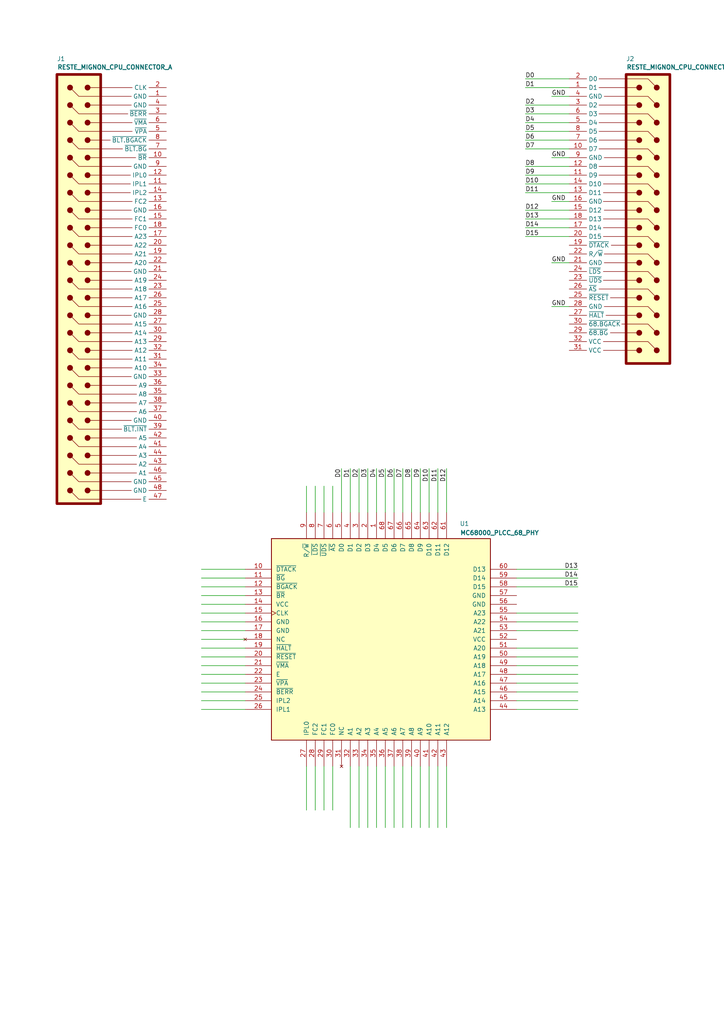
<source format=kicad_sch>
(kicad_sch (version 20230121) (generator eeschema)
  (paper "A4" portrait)
  (title_block (title "ReSTe mignon — The 68k extension — PLCC68") (date "2024-06-20") (rev "v1.0.0-DRAFT") (company "Sporniket.com") (comment 3 "https://github.com/sporniket/reste-mignon") (comment 4 "Original repository : "))
  (lib_symbols
    (symbol "mc_68000_plcc68:MC68000_PLCC_68_PHY" (pin_names (offset 1.27))
      (property "Reference" "U" (at 22.86 34.29 0))
      (property "Value" "MC68000_PLCC_68_PHY" (at 22.86 31.75 0))
      (symbol "MC68000_PLCC_68_PHY_0_0"
        (rectangle (start -31.75 29.21) (end 31.75 -29.21) (stroke (width 0.254)) (fill (type background)))
        (pin bidirectional line (at -1.27 36.83 270) (length 7.62) (name "D4") (number "1"))
        (pin input line (at -39.37 20.32 0) (length 7.62) (name "~{DTACK}") (number "10"))
        (pin output line (at -39.37 17.78 0) (length 7.62) (name "~{BG}") (number "11"))
        (pin input line (at -39.37 15.24 0) (length 7.62) (name "~{BGACK}") (number "12"))
        (pin input line (at -39.37 12.7 0) (length 7.62) (name "~{BR}") (number "13"))
        (pin power_in line (at -39.37 10.16 0) (length 7.62) (name "VCC") (number "14"))
        (pin input clock (at -39.37 7.62 0) (length 7.62) (name "CLK") (number "15"))
        (pin power_in line (at -39.37 5.08 0) (length 7.62) (name "GND") (number "16"))
        (pin power_in line (at -39.37 2.54 0) (length 7.62) (name "GND") (number "17"))
        (pin no_connect line (at -39.37 0 0) (length 7.62) (name "NC") (number "18"))
        (pin bidirectional line (at -39.37 -2.54 0) (length 7.62) (name "~{HALT}") (number "19"))
        (pin bidirectional line (at -3.81 36.83 270) (length 7.62) (name "D3") (number "2"))
        (pin bidirectional line (at -39.37 -5.08 0) (length 7.62) (name "~{RESET}") (number "20"))
        (pin output line (at -39.37 -7.62 0) (length 7.62) (name "~{VMA}") (number "21"))
        (pin output line (at -39.37 -10.16 0) (length 7.62) (name "E") (number "22"))
        (pin input line (at -39.37 -12.7 0) (length 7.62) (name "~{VPA}") (number "23"))
        (pin input line (at -39.37 -15.24 0) (length 7.62) (name "~{BERR}") (number "24"))
        (pin input line (at -39.37 -17.78 0) (length 7.62) (name "IPL2") (number "25"))
        (pin input line (at -39.37 -20.32 0) (length 7.62) (name "IPL1") (number "26"))
        (pin input line (at -21.59 -36.83 90) (length 7.62) (name "IPL0") (number "27"))
        (pin tri_state line (at -19.05 -36.83 90) (length 7.62) (name "FC2") (number "28"))
        (pin tri_state line (at -16.51 -36.83 90) (length 7.62) (name "FC1") (number "29"))
        (pin bidirectional line (at -6.35 36.83 270) (length 7.62) (name "D2") (number "3"))
        (pin tri_state line (at -13.97 -36.83 90) (length 7.62) (name "FC0") (number "30"))
        (pin no_connect line (at -11.43 -36.83 90) (length 7.62) (name "NC") (number "31"))
        (pin output line (at -8.89 -36.83 90) (length 7.62) (name "A1") (number "32"))
        (pin output line (at -6.35 -36.83 90) (length 7.62) (name "A2") (number "33"))
        (pin output line (at -3.81 -36.83 90) (length 7.62) (name "A3") (number "34"))
        (pin output line (at -1.27 -36.83 90) (length 7.62) (name "A4") (number "35"))
        (pin output line (at 1.27 -36.83 90) (length 7.62) (name "A5") (number "36"))
        (pin output line (at 3.81 -36.83 90) (length 7.62) (name "A6") (number "37"))
        (pin output line (at 6.35 -36.83 90) (length 7.62) (name "A7") (number "38"))
        (pin output line (at 8.89 -36.83 90) (length 7.62) (name "A8") (number "39"))
        (pin bidirectional line (at -8.89 36.83 270) (length 7.62) (name "D1") (number "4"))
        (pin output line (at 11.43 -36.83 90) (length 7.62) (name "A9") (number "40"))
        (pin output line (at 13.97 -36.83 90) (length 7.62) (name "A10") (number "41"))
        (pin output line (at 16.51 -36.83 90) (length 7.62) (name "A11") (number "42"))
        (pin output line (at 19.05 -36.83 90) (length 7.62) (name "A12") (number "43"))
        (pin output line (at 39.37 -20.32 180) (length 7.62) (name "A13") (number "44"))
        (pin output line (at 39.37 -17.78 180) (length 7.62) (name "A14") (number "45"))
        (pin output line (at 39.37 -15.24 180) (length 7.62) (name "A15") (number "46"))
        (pin output line (at 39.37 -12.7 180) (length 7.62) (name "A16") (number "47"))
        (pin output line (at 39.37 -10.16 180) (length 7.62) (name "A17") (number "48"))
        (pin output line (at 39.37 -7.62 180) (length 7.62) (name "A18") (number "49"))
        (pin bidirectional line (at -11.43 36.83 270) (length 7.62) (name "D0") (number "5"))
        (pin output line (at 39.37 -5.08 180) (length 7.62) (name "A19") (number "50"))
        (pin output line (at 39.37 -2.54 180) (length 7.62) (name "A20") (number "51"))
        (pin power_in line (at 39.37 0 180) (length 7.62) (name "VCC") (number "52"))
        (pin output line (at 39.37 2.54 180) (length 7.62) (name "A21") (number "53"))
        (pin output line (at 39.37 5.08 180) (length 7.62) (name "A22") (number "54"))
        (pin output line (at 39.37 7.62 180) (length 7.62) (name "A23") (number "55"))
        (pin power_in line (at 39.37 10.16 180) (length 7.62) (name "GND") (number "56"))
        (pin power_in line (at 39.37 12.7 180) (length 7.62) (name "GND") (number "57"))
        (pin bidirectional line (at 39.37 15.24 180) (length 7.62) (name "D15") (number "58"))
        (pin bidirectional line (at 39.37 17.78 180) (length 7.62) (name "D14") (number "59"))
        (pin tri_state line (at -13.97 36.83 270) (length 7.62) (name "~{AS}") (number "6"))
        (pin bidirectional line (at 39.37 20.32 180) (length 7.62) (name "D13") (number "60"))
        (pin bidirectional line (at 19.05 36.83 270) (length 7.62) (name "D12") (number "61"))
        (pin bidirectional line (at 16.51 36.83 270) (length 7.62) (name "D11") (number "62"))
        (pin bidirectional line (at 13.97 36.83 270) (length 7.62) (name "D10") (number "63"))
        (pin bidirectional line (at 11.43 36.83 270) (length 7.62) (name "D9") (number "64"))
        (pin bidirectional line (at 8.89 36.83 270) (length 7.62) (name "D8") (number "65"))
        (pin bidirectional line (at 6.35 36.83 270) (length 7.62) (name "D7") (number "66"))
        (pin bidirectional line (at 3.81 36.83 270) (length 7.62) (name "D6") (number "67"))
        (pin bidirectional line (at 1.27 36.83 270) (length 7.62) (name "D5") (number "68"))
        (pin tri_state line (at -16.51 36.83 270) (length 7.62) (name "~{UDS}") (number "7"))
        (pin tri_state line (at -19.05 36.83 270) (length 7.62) (name "~{LDS}") (number "8"))
        (pin tri_state line (at -21.59 36.83 270) (length 7.62) (name "R/~{W}") (number "9"))
      )
    )
    (symbol "reste-mignon-interconnect:CPU_Connector_A"
      (property "Reference" "J" (at -3.81 7.62 0))
      (property "Value" "RESTE_MIGNON_CPU_CONNECTOR_A" (at -3.81 5.08 0))
      (symbol "CPU_Connector_A_1_1"
        (rectangle (start -3.81 3.81) (end 8.89 -120.65) (stroke (width 0.762)) (fill (type background)))
        (circle (center 0 -116.84) (radius 0.762) (fill (type outline)))
        (circle (center 0 -111.76) (radius 0.762) (fill (type outline)))
        (circle (center 0 -106.68) (radius 0.762) (fill (type outline)))
        (circle (center 0 -101.6) (radius 0.762) (fill (type outline)))
        (circle (center 0 -96.52) (radius 0.762) (fill (type outline)))
        (circle (center 0 -91.44) (radius 0.762) (fill (type outline)))
        (circle (center 0 -86.36) (radius 0.762) (fill (type outline)))
        (circle (center 0 -81.28) (radius 0.762) (fill (type outline)))
        (circle (center 0 -76.2) (radius 0.762) (fill (type outline)))
        (circle (center 0 -71.12) (radius 0.762) (fill (type outline)))
        (circle (center 0 -66.04) (radius 0.762) (fill (type outline)))
        (circle (center 0 -60.96) (radius 0.762) (fill (type outline)))
        (circle (center 0 -55.88) (radius 0.762) (fill (type outline)))
        (circle (center 0 -50.8) (radius 0.762) (fill (type outline)))
        (circle (center 0 -45.72) (radius 0.762) (fill (type outline)))
        (circle (center 0 -40.64) (radius 0.762) (fill (type outline)))
        (circle (center 0 -35.56) (radius 0.762) (fill (type outline)))
        (circle (center 0 -30.48) (radius 0.762) (fill (type outline)))
        (circle (center 0 -25.4) (radius 0.762) (fill (type outline)))
        (circle (center 0 -20.32) (radius 0.762) (fill (type outline)))
        (circle (center 0 -15.24) (radius 0.762) (fill (type outline)))
        (circle (center 0 -10.16) (radius 0.762) (fill (type outline)))
        (circle (center 0 -5.08) (radius 0.762) (fill (type outline)))
        (polyline (pts (xy 5.08 -116.84) (xy 17.78 -116.84)))
        (polyline (pts (xy 5.08 -111.76) (xy 19.304 -111.76)))
        (polyline (pts (xy 5.08 -106.68) (xy 19.304 -106.68)))
        (polyline (pts (xy 5.08 -101.6) (xy 19.304 -101.6)))
        (polyline (pts (xy 5.08 -96.52) (xy 17.78 -96.52)))
        (polyline (pts (xy 5.08 -91.44) (xy 19.304 -91.44)))
        (polyline (pts (xy 5.08 -86.36) (xy 19.304 -86.36)))
        (polyline (pts (xy 5.08 -81.28) (xy 18.034 -81.28)))
        (polyline (pts (xy 5.08 -76.2) (xy 18.034 -76.2)))
        (polyline (pts (xy 5.08 -71.12) (xy 18.034 -71.12)))
        (polyline (pts (xy 5.08 -66.04) (xy 17.78 -66.04)))
        (polyline (pts (xy 5.08 -60.96) (xy 18.034 -60.96)))
        (polyline (pts (xy 5.08 -55.88) (xy 18.034 -55.88)))
        (polyline (pts (xy 5.08 -50.8) (xy 18.034 -50.8)))
        (polyline (pts (xy 5.08 -45.72) (xy 18.034 -45.72)))
        (polyline (pts (xy 5.08 -40.64) (xy 18.034 -40.64)))
        (polyline (pts (xy 5.08 -35.56) (xy 17.78 -35.56)))
        (polyline (pts (xy 5.08 -30.48) (xy 17.526 -30.48)))
        (polyline (pts (xy 5.08 -25.4) (xy 17.526 -25.4)))
        (polyline (pts (xy 5.08 -20.32) (xy 19.05 -20.32)))
        (polyline (pts (xy 5.08 -15.24) (xy 11.684 -15.24)))
        (polyline (pts (xy 5.08 -10.16) (xy 18.034 -10.16)))
        (polyline (pts (xy 5.08 -5.08) (xy 17.78 -5.08)))
        (polyline (pts (xy 5.08 0) (xy 18.034 0)))
        (polyline (pts (xy 0 -116.84) (xy 2.54 -119.38) (xy 20.574 -119.38)))
        (polyline (pts (xy 0 -111.76) (xy 2.54 -114.3) (xy 17.78 -114.3)))
        (polyline (pts (xy 0 -106.68) (xy 2.54 -109.22) (xy 19.304 -109.22)))
        (polyline (pts (xy 0 -101.6) (xy 2.54 -104.14) (xy 19.304 -104.14)))
        (polyline (pts (xy 0 -96.52) (xy 2.54 -99.06) (xy 14.986 -99.06)))
        (polyline (pts (xy 0 -91.44) (xy 2.54 -93.98) (xy 19.304 -93.98)))
        (polyline (pts (xy 0 -86.36) (xy 2.54 -88.9) (xy 19.304 -88.9)))
        (polyline (pts (xy 0 -81.28) (xy 2.54 -83.82) (xy 17.78 -83.82)))
        (polyline (pts (xy 0 -76.2) (xy 2.54 -78.74) (xy 18.034 -78.74)))
        (polyline (pts (xy 0 -71.12) (xy 2.54 -73.66) (xy 18.034 -73.66)))
        (polyline (pts (xy 0 -66.04) (xy 2.54 -68.58) (xy 18.034 -68.58)))
        (polyline (pts (xy 0 -60.96) (xy 2.54 -63.5) (xy 18.034 -63.5)))
        (polyline (pts (xy 0 -55.88) (xy 2.54 -58.42) (xy 18.034 -58.42)))
        (polyline (pts (xy 0 -50.8) (xy 2.54 -53.34) (xy 17.78 -53.34)))
        (polyline (pts (xy 0 -45.72) (xy 2.54 -48.26) (xy 18.034 -48.26)))
        (polyline (pts (xy 0 -40.64) (xy 2.54 -43.18) (xy 18.034 -43.18)))
        (polyline (pts (xy 0 -35.56) (xy 2.54 -38.1) (xy 18.034 -38.1)))
        (polyline (pts (xy 0 -30.48) (xy 2.54 -33.02) (xy 18.034 -33.02)))
        (polyline (pts (xy 0 -25.4) (xy 2.54 -27.94) (xy 17.526 -27.94)))
        (polyline (pts (xy 0 -20.32) (xy 2.54 -22.86) (xy 17.78 -22.86)))
        (polyline (pts (xy 0 -15.24) (xy 2.54 -17.78) (xy 15.24 -17.78)))
        (polyline (pts (xy 0 -10.16) (xy 2.54 -12.7) (xy 18.034 -12.7)))
        (polyline (pts (xy 0 -5.08) (xy 2.54 -7.62) (xy 16.764 -7.62)))
        (polyline (pts (xy 0 0) (xy 2.54 -2.54) (xy 17.78 -2.54)))
        (circle (center 0 0) (radius 0.762) (fill (type outline)))
        (circle (center 5.08 -116.84) (radius 0.762) (fill (type outline)))
        (circle (center 5.08 -111.76) (radius 0.762) (fill (type outline)))
        (circle (center 5.08 -106.68) (radius 0.762) (fill (type outline)))
        (circle (center 5.08 -101.6) (radius 0.762) (fill (type outline)))
        (circle (center 5.08 -96.52) (radius 0.762) (fill (type outline)))
        (circle (center 5.08 -91.44) (radius 0.762) (fill (type outline)))
        (circle (center 5.08 -86.36) (radius 0.762) (fill (type outline)))
        (circle (center 5.08 -81.28) (radius 0.762) (fill (type outline)))
        (circle (center 5.08 -76.2) (radius 0.762) (fill (type outline)))
        (circle (center 5.08 -71.12) (radius 0.762) (fill (type outline)))
        (circle (center 5.08 -66.04) (radius 0.762) (fill (type outline)))
        (circle (center 5.08 -60.96) (radius 0.762) (fill (type outline)))
        (circle (center 5.08 -55.88) (radius 0.762) (fill (type outline)))
        (circle (center 5.08 -50.8) (radius 0.762) (fill (type outline)))
        (circle (center 5.08 -45.72) (radius 0.762) (fill (type outline)))
        (circle (center 5.08 -40.64) (radius 0.762) (fill (type outline)))
        (circle (center 5.08 -35.56) (radius 0.762) (fill (type outline)))
        (circle (center 5.08 -30.48) (radius 0.762) (fill (type outline)))
        (circle (center 5.08 -25.4) (radius 0.762) (fill (type outline)))
        (circle (center 5.08 -20.32) (radius 0.762) (fill (type outline)))
        (circle (center 5.08 -15.24) (radius 0.762) (fill (type outline)))
        (circle (center 5.08 -10.16) (radius 0.762) (fill (type outline)))
        (circle (center 5.08 -5.08) (radius 0.762) (fill (type outline)))
        (circle (center 5.08 0) (radius 0.762) (fill (type outline)))
        (pin passive line (at 27.94 -2.54 180) (length 5.08) (name "GND") (number "1"))
        (pin passive line (at 27.94 -20.32 180) (length 5.08) (name "~{BR}") (number "10"))
        (pin passive line (at 27.94 -27.94 180) (length 5.08) (name "IPL1") (number "11"))
        (pin passive line (at 27.94 -25.4 180) (length 5.08) (name "IPL0") (number "12"))
        (pin passive line (at 27.94 -33.02 180) (length 5.08) (name "FC2") (number "13"))
        (pin passive line (at 27.94 -30.48 180) (length 5.08) (name "IPL2") (number "14"))
        (pin passive line (at 27.94 -38.1 180) (length 5.08) (name "FC1") (number "15"))
        (pin passive line (at 27.94 -35.56 180) (length 5.08) (name "GND") (number "16"))
        (pin passive line (at 27.94 -43.18 180) (length 5.08) (name "A23") (number "17"))
        (pin passive line (at 27.94 -40.64 180) (length 5.08) (name "FC0") (number "18"))
        (pin passive line (at 27.94 -48.26 180) (length 5.08) (name "A21") (number "19"))
        (pin passive line (at 27.94 0 180) (length 5.08) (name "CLK") (number "2"))
        (pin passive line (at 27.94 -45.72 180) (length 5.08) (name "A22") (number "20"))
        (pin passive line (at 27.94 -53.34 180) (length 5.08) (name "GND") (number "21"))
        (pin passive line (at 27.94 -50.8 180) (length 5.08) (name "A20") (number "22"))
        (pin passive line (at 27.94 -58.42 180) (length 5.08) (name "A18") (number "23"))
        (pin passive line (at 27.94 -55.88 180) (length 5.08) (name "A19") (number "24"))
        (pin passive line (at 27.94 -63.5 180) (length 5.08) (name "A16") (number "25"))
        (pin passive line (at 27.94 -60.96 180) (length 5.08) (name "A17") (number "26"))
        (pin passive line (at 27.94 -68.58 180) (length 5.08) (name "A15") (number "27"))
        (pin passive line (at 27.94 -66.04 180) (length 5.08) (name "GND") (number "28"))
        (pin passive line (at 27.94 -73.66 180) (length 5.08) (name "A13") (number "29"))
        (pin passive line (at 27.94 -7.62 180) (length 5.08) (name "~{BERR}") (number "3"))
        (pin passive line (at 27.94 -71.12 180) (length 5.08) (name "A14") (number "30"))
        (pin passive line (at 27.94 -78.74 180) (length 5.08) (name "A11") (number "31"))
        (pin passive line (at 27.94 -76.2 180) (length 5.08) (name "A12") (number "32"))
        (pin passive line (at 27.94 -83.82 180) (length 5.08) (name "GND") (number "33"))
        (pin passive line (at 27.94 -81.28 180) (length 5.08) (name "A10") (number "34"))
        (pin passive line (at 27.94 -88.9 180) (length 5.08) (name "A8") (number "35"))
        (pin passive line (at 27.94 -86.36 180) (length 5.08) (name "A9") (number "36"))
        (pin passive line (at 27.94 -93.98 180) (length 5.08) (name "A6") (number "37"))
        (pin passive line (at 27.94 -91.44 180) (length 5.08) (name "A7") (number "38"))
        (pin passive line (at 27.94 -99.06 180) (length 5.08) (name "~{BLT.INT}") (number "39"))
        (pin passive line (at 27.94 -5.08 180) (length 5.08) (name "GND") (number "4"))
        (pin passive line (at 27.94 -96.52 180) (length 5.08) (name "GND") (number "40"))
        (pin passive line (at 27.94 -104.14 180) (length 5.08) (name "A4") (number "41"))
        (pin passive line (at 27.94 -101.6 180) (length 5.08) (name "A5") (number "42"))
        (pin passive line (at 27.94 -109.22 180) (length 5.08) (name "A2") (number "43"))
        (pin passive line (at 27.94 -106.68 180) (length 5.08) (name "A3") (number "44"))
        (pin passive line (at 27.94 -114.3 180) (length 5.08) (name "GND") (number "45"))
        (pin passive line (at 27.94 -111.76 180) (length 5.08) (name "A1") (number "46"))
        (pin passive line (at 27.94 -119.38 180) (length 5.08) (name "E") (number "47"))
        (pin passive line (at 27.94 -116.84 180) (length 5.08) (name "GND") (number "48"))
        (pin passive line (at 27.94 -12.7 180) (length 5.08) (name "~{VPA}") (number "5"))
        (pin passive line (at 27.94 -10.16 180) (length 5.08) (name "~{VMA}") (number "6"))
        (pin passive line (at 27.94 -17.78 180) (length 5.08) (name "~{BLT.BG}") (number "7"))
        (pin passive line (at 27.94 -15.24 180) (length 5.08) (name "~{BLT.BGACK}") (number "8"))
        (pin passive line (at 27.94 -22.86 180) (length 5.08) (name "GND") (number "9"))
      )
    )
    (symbol "reste-mignon-interconnect:CPU_Connector_B"
      (property "Reference" "J" (at -3.81 7.62 0))
      (property "Value" "RESTE_MIGNON_CPU_CONNECTOR_B" (at -3.81 5.08 0))
      (symbol "CPU_Connector_B_0_1"
        (polyline (pts (xy 0 -76.2) (xy -10.414 -76.2)))
        (polyline (pts (xy 0 -71.12) (xy -8.382 -71.12)))
        (polyline (pts (xy 0 -66.04) (xy -9.652 -66.04)))
        (polyline (pts (xy 0 -60.96) (xy -8.382 -60.96)))
        (polyline (pts (xy 0 -55.88) (xy -10.414 -55.88)))
        (polyline (pts (xy 0 -50.8) (xy -10.16 -50.8)))
        (polyline (pts (xy 0 -45.72) (xy -8.128 -45.72)))
        (polyline (pts (xy 0 -40.64) (xy -10.414 -40.64)))
        (polyline (pts (xy 0 -35.56) (xy -10.16 -35.56)))
        (polyline (pts (xy 0 -30.48) (xy -10.414 -30.48)))
        (polyline (pts (xy 0 -25.4) (xy -11.684 -25.4)))
        (polyline (pts (xy 0 -20.32) (xy -10.16 -20.32)))
        (polyline (pts (xy 0 -15.24) (xy -11.684 -15.24)))
        (polyline (pts (xy 0 -10.16) (xy -11.684 -10.16)))
        (polyline (pts (xy 0 -5.08) (xy -11.684 -5.08)))
        (polyline (pts (xy 0 0) (xy -11.684 0)))
        (polyline (pts (xy 5.08 -76.2) (xy 2.54 -73.66) (xy -10.414 -73.66)))
        (polyline (pts (xy 5.08 -71.12) (xy 2.54 -68.58) (xy -5.08 -68.58)))
        (polyline (pts (xy 5.08 -66.04) (xy 2.54 -63.5) (xy -10.16 -63.5)))
        (polyline (pts (xy 5.08 -60.96) (xy 2.54 -58.42) (xy -11.684 -58.42)))
        (polyline (pts (xy 5.08 -55.88) (xy 2.54 -53.34) (xy -10.414 -53.34)))
        (polyline (pts (xy 5.08 -50.8) (xy 2.54 -48.26) (xy -10.16 -48.26)))
        (polyline (pts (xy 5.08 -45.72) (xy 2.54 -43.18) (xy -10.414 -43.18)))
        (polyline (pts (xy 5.08 -40.64) (xy 2.54 -38.1) (xy -10.414 -38.1)))
        (polyline (pts (xy 5.08 -35.56) (xy 2.54 -33.02) (xy -10.414 -33.02)))
        (polyline (pts (xy 5.08 -30.48) (xy 2.54 -27.94) (xy -10.414 -27.94)))
        (polyline (pts (xy 5.08 -25.4) (xy 2.54 -22.86) (xy -11.684 -22.86)))
        (polyline (pts (xy 5.08 -20.32) (xy 2.54 -17.78) (xy -11.684 -17.78)))
        (polyline (pts (xy 5.08 -15.24) (xy 2.54 -12.7) (xy -11.684 -12.7)))
        (polyline (pts (xy 5.08 -10.16) (xy 2.54 -7.62) (xy -11.684 -7.62)))
        (polyline (pts (xy 5.08 -5.08) (xy 2.54 -2.54) (xy -10.16 -2.54)))
        (polyline (pts (xy 5.08 0) (xy 2.54 2.54) (xy -11.684 2.54)))
      )
      (symbol "CPU_Connector_B_1_1"
        (rectangle (start -3.81 3.81) (end 8.89 -80.01) (stroke (width 0.762)) (fill (type background)))
        (circle (center 0 -76.2) (radius 0.762) (fill (type outline)))
        (circle (center 0 -71.12) (radius 0.762) (fill (type outline)))
        (circle (center 0 -66.04) (radius 0.762) (fill (type outline)))
        (circle (center 0 -60.96) (radius 0.762) (fill (type outline)))
        (circle (center 0 -55.88) (radius 0.762) (fill (type outline)))
        (circle (center 0 -50.8) (radius 0.762) (fill (type outline)))
        (circle (center 0 -45.72) (radius 0.762) (fill (type outline)))
        (circle (center 0 -40.64) (radius 0.762) (fill (type outline)))
        (circle (center 0 -35.56) (radius 0.762) (fill (type outline)))
        (circle (center 0 -30.48) (radius 0.762) (fill (type outline)))
        (circle (center 0 -25.4) (radius 0.762) (fill (type outline)))
        (circle (center 0 -20.32) (radius 0.762) (fill (type outline)))
        (circle (center 0 -15.24) (radius 0.762) (fill (type outline)))
        (circle (center 0 -10.16) (radius 0.762) (fill (type outline)))
        (circle (center 0 -5.08) (radius 0.762) (fill (type outline)))
        (circle (center 0 0) (radius 0.762) (fill (type outline)))
        (circle (center 5.08 -76.2) (radius 0.762) (fill (type outline)))
        (circle (center 5.08 -71.12) (radius 0.762) (fill (type outline)))
        (circle (center 5.08 -66.04) (radius 0.762) (fill (type outline)))
        (circle (center 5.08 -60.96) (radius 0.762) (fill (type outline)))
        (circle (center 5.08 -55.88) (radius 0.762) (fill (type outline)))
        (circle (center 5.08 -50.8) (radius 0.762) (fill (type outline)))
        (circle (center 5.08 -45.72) (radius 0.762) (fill (type outline)))
        (circle (center 5.08 -40.64) (radius 0.762) (fill (type outline)))
        (circle (center 5.08 -35.56) (radius 0.762) (fill (type outline)))
        (circle (center 5.08 -30.48) (radius 0.762) (fill (type outline)))
        (circle (center 5.08 -25.4) (radius 0.762) (fill (type outline)))
        (circle (center 5.08 -20.32) (radius 0.762) (fill (type outline)))
        (circle (center 5.08 -15.24) (radius 0.762) (fill (type outline)))
        (circle (center 5.08 -10.16) (radius 0.762) (fill (type outline)))
        (circle (center 5.08 -5.08) (radius 0.762) (fill (type outline)))
        (circle (center 5.08 0) (radius 0.762) (fill (type outline)))
        (pin passive line (at -20.32 0 0) (length 5.08) (name "D1") (number "1"))
        (pin passive line (at -20.32 -17.78 0) (length 5.08) (name "D7") (number "10"))
        (pin passive line (at -20.32 -25.4 0) (length 5.08) (name "D9") (number "11"))
        (pin passive line (at -20.32 -22.86 0) (length 5.08) (name "D8") (number "12"))
        (pin passive line (at -20.32 -30.48 0) (length 5.08) (name "D11") (number "13"))
        (pin passive line (at -20.32 -27.94 0) (length 5.08) (name "D10") (number "14"))
        (pin passive line (at -20.32 -35.56 0) (length 5.08) (name "D12") (number "15"))
        (pin passive line (at -20.32 -33.02 0) (length 5.08) (name "GND") (number "16"))
        (pin passive line (at -20.32 -40.64 0) (length 5.08) (name "D14") (number "17"))
        (pin passive line (at -20.32 -38.1 0) (length 5.08) (name "D13") (number "18"))
        (pin passive line (at -20.32 -45.72 0) (length 5.08) (name "~{DTACK}") (number "19"))
        (pin passive line (at -20.32 2.54 0) (length 5.08) (name "D0") (number "2"))
        (pin passive line (at -20.32 -43.18 0) (length 5.08) (name "D15") (number "20"))
        (pin passive line (at -20.32 -50.8 0) (length 5.08) (name "GND") (number "21"))
        (pin passive line (at -20.32 -48.26 0) (length 5.08) (name "R/~{W}") (number "22"))
        (pin passive line (at -20.32 -55.88 0) (length 5.08) (name "~{UDS}") (number "23"))
        (pin passive line (at -20.32 -53.34 0) (length 5.08) (name "~{LDS}") (number "24"))
        (pin passive line (at -20.32 -60.96 0) (length 5.08) (name "~{RESET}") (number "25"))
        (pin passive line (at -20.32 -58.42 0) (length 5.08) (name "~{AS}") (number "26"))
        (pin passive line (at -20.32 -66.04 0) (length 5.08) (name "~{HALT}") (number "27"))
        (pin passive line (at -20.32 -63.5 0) (length 5.08) (name "GND") (number "28"))
        (pin passive line (at -20.32 -71.12 0) (length 5.08) (name "~{68.BG}") (number "29"))
        (pin passive line (at -20.32 -5.08 0) (length 5.08) (name "D2") (number "3"))
        (pin passive line (at -20.32 -68.58 0) (length 5.08) (name "~{68.BGACK}") (number "30"))
        (pin passive line (at -20.32 -76.2 0) (length 5.08) (name "VCC") (number "31"))
        (pin passive line (at -20.32 -73.66 0) (length 5.08) (name "VCC") (number "32"))
        (pin passive line (at -20.32 -2.54 0) (length 5.08) (name "GND") (number "4"))
        (pin passive line (at -20.32 -10.16 0) (length 5.08) (name "D4") (number "5"))
        (pin passive line (at -20.32 -7.62 0) (length 5.08) (name "D3") (number "6"))
        (pin passive line (at -20.32 -15.24 0) (length 5.08) (name "D6") (number "7"))
        (pin passive line (at -20.32 -12.7 0) (length 5.08) (name "D5") (number "8"))
        (pin passive line (at -20.32 -20.32 0) (length 5.08) (name "GND") (number "9"))
      )
    )
  )
  (wire (pts (xy 152.4 38.1) (xy 165.1 38.1)))
  (wire (pts (xy 111.76 135.89) (xy 111.76 148.59)))
  (wire (pts (xy 152.4 35.56) (xy 165.1 35.56)))
  (wire (pts (xy 152.4 40.64) (xy 165.1 40.64)))
  (wire (pts (xy 96.52 140.97) (xy 96.52 148.59)))
  (wire (pts (xy 152.4 43.18) (xy 165.1 43.18)))
  (wire (pts (xy 91.44 234.95) (xy 91.44 222.25)))
  (wire (pts (xy 152.4 25.4) (xy 165.1 25.4)))
  (wire (pts (xy 152.4 66.04) (xy 165.1 66.04)))
  (wire (pts (xy 152.4 68.58) (xy 165.1 68.58)))
  (wire (pts (xy 152.4 55.88) (xy 165.1 55.88)))
  (wire (pts (xy 152.4 60.96) (xy 165.1 60.96)))
  (wire (pts (xy 149.86 187.96) (xy 167.64 187.96)))
  (wire (pts (xy 149.86 205.74) (xy 167.64 205.74)))
  (wire (pts (xy 149.86 190.5) (xy 167.64 190.5)))
  (wire (pts (xy 96.52 234.95) (xy 96.52 222.25)))
  (wire (pts (xy 111.76 240.03) (xy 111.76 222.25)))
  (wire (pts (xy 152.4 48.26) (xy 165.1 48.26)))
  (wire (pts (xy 149.86 177.8) (xy 167.64 177.8)))
  (wire (pts (xy 152.4 53.34) (xy 165.1 53.34)))
  (wire (pts (xy 104.14 240.03) (xy 104.14 222.25)))
  (wire (pts (xy 58.42 203.2) (xy 71.12 203.2)))
  (wire (pts (xy 129.54 135.89) (xy 129.54 148.59)))
  (wire (pts (xy 160.02 27.94) (xy 165.1 27.94)))
  (wire (pts (xy 58.42 167.64) (xy 71.12 167.64)))
  (wire (pts (xy 58.42 175.26) (xy 71.12 175.26)))
  (wire (pts (xy 58.42 180.34) (xy 71.12 180.34)))
  (wire (pts (xy 58.42 195.58) (xy 71.12 195.58)))
  (wire (pts (xy 104.14 135.89) (xy 104.14 148.59)))
  (wire (pts (xy 93.98 140.97) (xy 93.98 148.59)))
  (wire (pts (xy 121.92 135.89) (xy 121.92 148.59)))
  (wire (pts (xy 58.42 198.12) (xy 71.12 198.12)))
  (wire (pts (xy 119.38 135.89) (xy 119.38 148.59)))
  (wire (pts (xy 106.68 135.89) (xy 106.68 148.59)))
  (wire (pts (xy 116.84 240.03) (xy 116.84 222.25)))
  (wire (pts (xy 152.4 63.5) (xy 165.1 63.5)))
  (wire (pts (xy 106.68 240.03) (xy 106.68 222.25)))
  (wire (pts (xy 101.6 240.03) (xy 101.6 222.25)))
  (wire (pts (xy 160.02 76.2) (xy 165.1 76.2)))
  (wire (pts (xy 58.42 165.1) (xy 71.12 165.1)))
  (wire (pts (xy 152.4 22.86) (xy 165.1 22.86)))
  (wire (pts (xy 88.9 234.95) (xy 88.9 222.25)))
  (wire (pts (xy 58.42 200.66) (xy 71.12 200.66)))
  (wire (pts (xy 101.6 135.89) (xy 101.6 148.59)))
  (wire (pts (xy 58.42 190.5) (xy 71.12 190.5)))
  (wire (pts (xy 127 135.89) (xy 127 148.59)))
  (wire (pts (xy 127 240.03) (xy 127 222.25)))
  (wire (pts (xy 149.86 170.18) (xy 167.64 170.18)))
  (wire (pts (xy 129.54 240.03) (xy 129.54 222.25)))
  (wire (pts (xy 58.42 177.8) (xy 71.12 177.8)))
  (wire (pts (xy 58.42 193.04) (xy 71.12 193.04)))
  (wire (pts (xy 99.06 135.89) (xy 99.06 148.59)))
  (wire (pts (xy 109.22 240.03) (xy 109.22 222.25)))
  (wire (pts (xy 149.86 200.66) (xy 167.64 200.66)))
  (wire (pts (xy 149.86 203.2) (xy 167.64 203.2)))
  (wire (pts (xy 124.46 135.89) (xy 124.46 148.59)))
  (wire (pts (xy 149.86 167.64) (xy 167.64 167.64)))
  (wire (pts (xy 160.02 58.42) (xy 165.1 58.42)))
  (wire (pts (xy 149.86 198.12) (xy 167.64 198.12)))
  (wire (pts (xy 152.4 50.8) (xy 165.1 50.8)))
  (wire (pts (xy 121.92 240.03) (xy 121.92 222.25)))
  (wire (pts (xy 149.86 195.58) (xy 167.64 195.58)))
  (wire (pts (xy 58.42 185.42) (xy 71.12 185.42)))
  (wire (pts (xy 152.4 33.02) (xy 165.1 33.02)))
  (wire (pts (xy 149.86 180.34) (xy 167.64 180.34)))
  (wire (pts (xy 58.42 187.96) (xy 71.12 187.96)))
  (wire (pts (xy 119.38 240.03) (xy 119.38 222.25)))
  (wire (pts (xy 58.42 172.72) (xy 71.12 172.72)))
  (wire (pts (xy 114.3 240.03) (xy 114.3 222.25)))
  (wire (pts (xy 91.44 140.97) (xy 91.44 148.59)))
  (wire (pts (xy 88.9 140.97) (xy 88.9 148.59)))
  (wire (pts (xy 114.3 135.89) (xy 114.3 148.59)))
  (wire (pts (xy 149.86 193.04) (xy 167.64 193.04)))
  (wire (pts (xy 152.4 30.48) (xy 165.1 30.48)))
  (wire (pts (xy 149.86 165.1) (xy 167.64 165.1)))
  (wire (pts (xy 116.84 135.89) (xy 116.84 148.59)))
  (wire (pts (xy 160.02 88.9) (xy 165.1 88.9)))
  (wire (pts (xy 58.42 182.88) (xy 71.12 182.88)))
  (wire (pts (xy 160.02 45.72) (xy 165.1 45.72)))
  (wire (pts (xy 109.22 135.89) (xy 109.22 148.59)))
  (wire (pts (xy 93.98 234.95) (xy 93.98 222.25)))
  (wire (pts (xy 58.42 170.18) (xy 71.12 170.18)))
  (wire (pts (xy 149.86 182.88) (xy 167.64 182.88)))
  (wire (pts (xy 58.42 205.74) (xy 71.12 205.74)))
  (wire (pts (xy 124.46 240.03) (xy 124.46 222.25)))
  (label "D5" (at 111.76 135.89 270))
  (label "D4" (at 109.22 135.89 270))
  (label "D8" (at 119.38 135.89 270))
  (label "D5" (at 152.4 38.1 0))
  (label "D1" (at 152.4 25.4 0))
  (label "D10" (at 152.4 53.34 0))
  (label "D0" (at 99.06 135.89 270))
  (label "D7" (at 152.4 43.18 0))
  (label "D11" (at 152.4 55.88 0))
  (label "D1" (at 101.6 135.89 270))
  (label "D9" (at 121.92 135.89 270))
  (label "D9" (at 152.4 50.8 0))
  (label "D6" (at 152.4 40.64 0))
  (label "D14" (at 152.4 66.04 0))
  (label "D2" (at 104.14 135.89 270))
  (label "D11" (at 127 135.89 270))
  (label "GND" (at 160.02 88.9 0))
  (label "D2" (at 152.4 30.48 0))
  (label "D6" (at 114.3 135.89 270))
  (label "D13" (at 167.64 165.1 180))
  (label "GND" (at 160.02 58.42 0))
  (label "D13" (at 152.4 63.5 0))
  (label "D0" (at 152.4 22.86 0))
  (label "GND" (at 160.02 27.94 0))
  (label "D10" (at 124.46 135.89 270))
  (label "D3" (at 152.4 33.02 0))
  (label "D15" (at 167.64 170.18 180))
  (label "D4" (at 152.4 35.56 0))
  (label "D8" (at 152.4 48.26 0))
  (label "D3" (at 106.68 135.89 270))
  (label "D14" (at 167.64 167.64 180))
  (label "D12" (at 129.54 135.89 270))
  (label "D15" (at 152.4 68.58 0))
  (label "D7" (at 116.84 135.89 270))
  (label "D12" (at 152.4 60.96 0))
  (label "GND" (at 160.02 76.2 0))
  (label "GND" (at 160.02 45.72 0))
  (symbol (lib_id "reste-mignon-interconnect:CPU_Connector_A") (at 20.32 25.4 0) (unit 1)
    (property "Reference" "J1" (at 16.51 17.78 0) (effects (justify left bottom)))
    (property "Value" "RESTE_MIGNON_CPU_CONNECTOR_A" (at 16.51 20.32 0) (effects (font bold) (justify left bottom)))
    (property "Footprint" "Connector_PinHeader_2.54mm:PinHeader_2x24_P2.54mm_Vertical" (effects hide))
  )
  (symbol (lib_id "mc_68000_plcc68:MC68000_PLCC_68_PHY") (at 110.49 185.42 0) (unit 1)
    (property "Reference" "U1" (at 133.35 151.13 0) (effects (justify left top)))
    (property "Value" "MC68000_PLCC_68_PHY" (at 133.35 153.67 0) (effects (font bold) (justify left top)))
    (property "Footprint" "Package_LCC:PLCC-68_THT-Socket" (effects hide))
    (property "Datasheet" "https://www.nxp.com/docs/en/reference-manual/MC68000UM.pdf" (effects hide))
  )
  (symbol (lib_id "reste-mignon-interconnect:CPU_Connector_B") (at 185.42 25.4 0) (unit 1)
    (property "Reference" "J2" (at 181.61 17.78 0) (effects (justify left bottom)))
    (property "Value" "RESTE_MIGNON_CPU_CONNECTOR_B" (at 181.61 20.32 0) (effects (font bold) (justify left bottom)))
    (property "Footprint" "Connector_PinHeader_2.54mm:PinHeader_2x14_P2.54mm_Vertical" (effects hide))
  )
)
</source>
